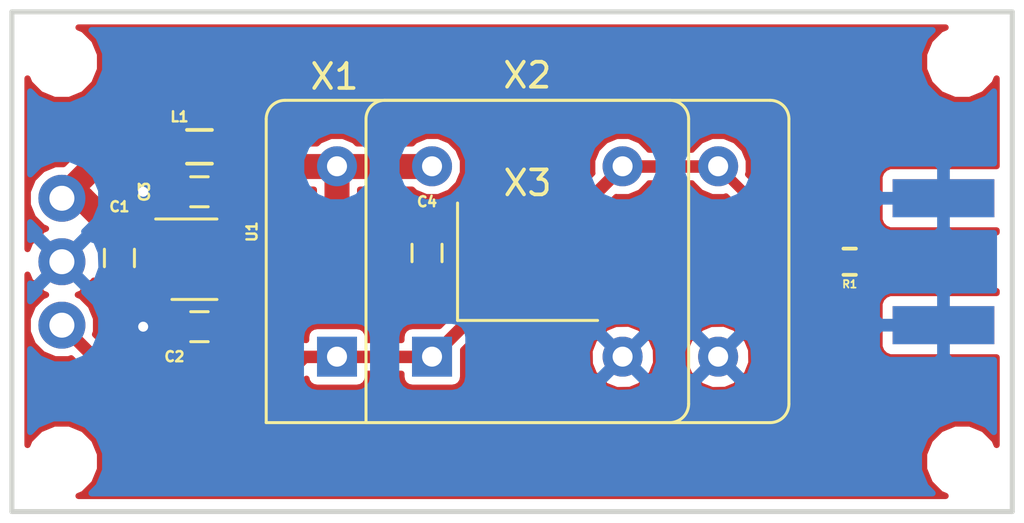
<source format=kicad_pcb>
(kicad_pcb (version 20171130) (host pcbnew "(5.0.0)")

  (general
    (thickness 1.6)
    (drawings 4)
    (tracks 40)
    (zones 0)
    (modules 16)
    (nets 8)
  )

  (page A4)
  (layers
    (0 F.Cu signal)
    (31 B.Cu signal)
    (32 B.Adhes user)
    (33 F.Adhes user)
    (34 B.Paste user)
    (35 F.Paste user)
    (36 B.SilkS user)
    (37 F.SilkS user)
    (38 B.Mask user)
    (39 F.Mask user)
    (40 Dwgs.User user)
    (41 Cmts.User user)
    (42 Eco1.User user)
    (43 Eco2.User user)
    (44 Edge.Cuts user)
    (45 Margin user)
    (46 B.CrtYd user)
    (47 F.CrtYd user)
    (48 B.Fab user)
    (49 F.Fab user)
  )

  (setup
    (last_trace_width 0.25)
    (user_trace_width 0.3)
    (user_trace_width 0.4)
    (user_trace_width 0.5)
    (user_trace_width 1)
    (trace_clearance 0.2)
    (zone_clearance 0.3)
    (zone_45_only no)
    (trace_min 0.2)
    (segment_width 0.2)
    (edge_width 0.15)
    (via_size 0.8)
    (via_drill 0.4)
    (via_min_size 0.4)
    (via_min_drill 0.3)
    (uvia_size 0.3)
    (uvia_drill 0.1)
    (uvias_allowed no)
    (uvia_min_size 0.2)
    (uvia_min_drill 0.1)
    (pcb_text_width 0.3)
    (pcb_text_size 1.5 1.5)
    (mod_edge_width 0.15)
    (mod_text_size 1 1)
    (mod_text_width 0.15)
    (pad_size 1.524 4.064)
    (pad_drill 0)
    (pad_to_mask_clearance 0.2)
    (aux_axis_origin 0 0)
    (grid_origin 100 100)
    (visible_elements 7FFFFF7F)
    (pcbplotparams
      (layerselection 0x010fc_ffffffff)
      (usegerberextensions false)
      (usegerberattributes false)
      (usegerberadvancedattributes false)
      (creategerberjobfile false)
      (excludeedgelayer true)
      (linewidth 0.100000)
      (plotframeref false)
      (viasonmask false)
      (mode 1)
      (useauxorigin false)
      (hpglpennumber 1)
      (hpglpenspeed 20)
      (hpglpendiameter 15.000000)
      (psnegative false)
      (psa4output false)
      (plotreference true)
      (plotvalue true)
      (plotinvisibletext false)
      (padsonsilk false)
      (subtractmaskfromsilk false)
      (outputformat 1)
      (mirror false)
      (drillshape 1)
      (scaleselection 1)
      (outputdirectory ""))
  )

  (net 0 "")
  (net 1 GND)
  (net 2 +5V)
  (net 3 "Net-(C2-Pad1)")
  (net 4 +3V3)
  (net 5 "Net-(J1-Pad1)")
  (net 6 "Net-(R1-Pad2)")
  (net 7 /CTRL)

  (net_class Default "This is the default net class."
    (clearance 0.2)
    (trace_width 0.25)
    (via_dia 0.8)
    (via_drill 0.4)
    (uvia_dia 0.3)
    (uvia_drill 0.1)
    (add_net +3V3)
    (add_net +5V)
    (add_net /CTRL)
    (add_net GND)
    (add_net "Net-(C2-Pad1)")
    (add_net "Net-(J1-Pad1)")
    (add_net "Net-(R1-Pad2)")
  )

  (module MountingHole:MountingHole_2.2mm_M2 (layer F.Cu) (tedit 5AF9AA72) (tstamp 5B05B536)
    (at 102 82)
    (descr "Mounting Hole 2.2mm, no annular, M2")
    (tags "mounting hole 2.2mm no annular m2")
    (attr virtual)
    (fp_text reference REF** (at 0 -3.2) (layer F.SilkS) hide
      (effects (font (size 1 1) (thickness 0.15)))
    )
    (fp_text value MountingHole_2.2mm_M2 (at 0 3.2) (layer F.Fab) hide
      (effects (font (size 1 1) (thickness 0.15)))
    )
    (fp_text user %R (at 0.3 0) (layer F.Fab) hide
      (effects (font (size 1 1) (thickness 0.15)))
    )
    (fp_circle (center 0 0) (end 2.2 0) (layer Cmts.User) (width 0.15))
    (fp_circle (center 0 0) (end 2.45 0) (layer F.CrtYd) (width 0.05))
    (pad 1 np_thru_hole circle (at 0 0) (size 2.2 2.2) (drill 2.2) (layers *.Cu *.Mask))
  )

  (module MountingHole:MountingHole_2.2mm_M2 (layer F.Cu) (tedit 5AF9AA72) (tstamp 5B05B50A)
    (at 138 82)
    (descr "Mounting Hole 2.2mm, no annular, M2")
    (tags "mounting hole 2.2mm no annular m2")
    (attr virtual)
    (fp_text reference REF** (at 0 -3.2) (layer F.SilkS) hide
      (effects (font (size 1 1) (thickness 0.15)))
    )
    (fp_text value MountingHole_2.2mm_M2 (at 0 3.2) (layer F.Fab) hide
      (effects (font (size 1 1) (thickness 0.15)))
    )
    (fp_circle (center 0 0) (end 2.45 0) (layer F.CrtYd) (width 0.05))
    (fp_circle (center 0 0) (end 2.2 0) (layer Cmts.User) (width 0.15))
    (fp_text user %R (at 0.3 0) (layer F.Fab) hide
      (effects (font (size 1 1) (thickness 0.15)))
    )
    (pad 1 np_thru_hole circle (at 0 0) (size 2.2 2.2) (drill 2.2) (layers *.Cu *.Mask))
  )

  (module MountingHole:MountingHole_2.2mm_M2 (layer F.Cu) (tedit 5AF9AA72) (tstamp 5B05B4FC)
    (at 138 98)
    (descr "Mounting Hole 2.2mm, no annular, M2")
    (tags "mounting hole 2.2mm no annular m2")
    (attr virtual)
    (fp_text reference REF** (at 0 -3.2) (layer F.SilkS) hide
      (effects (font (size 1 1) (thickness 0.15)))
    )
    (fp_text value MountingHole_2.2mm_M2 (at 0 3.2) (layer F.Fab) hide
      (effects (font (size 1 1) (thickness 0.15)))
    )
    (fp_text user %R (at 0.3 0) (layer F.Fab) hide
      (effects (font (size 1 1) (thickness 0.15)))
    )
    (fp_circle (center 0 0) (end 2.2 0) (layer Cmts.User) (width 0.15))
    (fp_circle (center 0 0) (end 2.45 0) (layer F.CrtYd) (width 0.05))
    (pad 1 np_thru_hole circle (at 0 0) (size 2.2 2.2) (drill 2.2) (layers *.Cu *.Mask))
  )

  (module Oscillator:Oscillator_SMD_SeikoEpson_SG8002CE-4Pin_3.2x2.5mm_HandSoldering (layer F.Cu) (tedit 5AF9AAE6) (tstamp 5B05A92B)
    (at 120.62 90)
    (descr "SMD Crystal Oscillator Seiko Epson SG-8002CE https://support.epson.biz/td/api/doc_check.php?mode=dl&lang=en&Parts=SG-8002DC, hand-soldering, 3.2x2.5mm^2 package")
    (tags "SMD SMT crystal oscillator hand-soldering")
    (path /5AF9A112)
    (attr smd)
    (fp_text reference X3 (at 0 -3.15) (layer F.SilkS)
      (effects (font (size 1 1) (thickness 0.15)))
    )
    (fp_text value CXO_3225 (at 0 3.15) (layer F.Fab) hide
      (effects (font (size 1 1) (thickness 0.15)))
    )
    (fp_text user %R (at 0 0) (layer F.Fab) hide
      (effects (font (size 0.7 0.7) (thickness 0.105)))
    )
    (fp_line (start -1.5 -1.25) (end 1.5 -1.25) (layer F.Fab) (width 0.1))
    (fp_line (start 1.5 -1.25) (end 1.6 -1.15) (layer F.Fab) (width 0.1))
    (fp_line (start 1.6 -1.15) (end 1.6 1.15) (layer F.Fab) (width 0.1))
    (fp_line (start 1.6 1.15) (end 1.5 1.25) (layer F.Fab) (width 0.1))
    (fp_line (start 1.5 1.25) (end -1.5 1.25) (layer F.Fab) (width 0.1))
    (fp_line (start -1.5 1.25) (end -1.6 1.15) (layer F.Fab) (width 0.1))
    (fp_line (start -1.6 1.15) (end -1.6 -1.15) (layer F.Fab) (width 0.1))
    (fp_line (start -1.6 -1.15) (end -1.5 -1.25) (layer F.Fab) (width 0.1))
    (fp_line (start -1.6 0.25) (end -0.6 1.25) (layer F.Fab) (width 0.1))
    (fp_line (start -2.8 -2.35) (end -2.8 2.35) (layer F.SilkS) (width 0.12))
    (fp_line (start -2.8 2.35) (end 2.8 2.35) (layer F.SilkS) (width 0.12))
    (fp_line (start -2.9 -2.4) (end -2.9 2.4) (layer F.CrtYd) (width 0.05))
    (fp_line (start -2.9 2.4) (end 2.9 2.4) (layer F.CrtYd) (width 0.05))
    (fp_line (start 2.9 2.4) (end 2.9 -2.4) (layer F.CrtYd) (width 0.05))
    (fp_line (start 2.9 -2.4) (end -2.9 -2.4) (layer F.CrtYd) (width 0.05))
    (fp_circle (center 0 0) (end 0.25 0) (layer F.Adhes) (width 0.1))
    (fp_circle (center 0 0) (end 0.208333 0) (layer F.Adhes) (width 0.083333))
    (fp_circle (center 0 0) (end 0.133333 0) (layer F.Adhes) (width 0.083333))
    (fp_circle (center 0 0) (end 0.058333 0) (layer F.Adhes) (width 0.116667))
    (pad 1 smd rect (at -1.55 1.25) (size 2.1 1.8) (layers F.Cu F.Paste F.Mask)
      (net 7 /CTRL))
    (pad 2 smd rect (at 1.55 1.25) (size 2.1 1.8) (layers F.Cu F.Paste F.Mask)
      (net 1 GND))
    (pad 3 smd rect (at 1.55 -1.25) (size 2.1 1.8) (layers F.Cu F.Paste F.Mask)
      (net 6 "Net-(R1-Pad2)"))
    (pad 4 smd rect (at -1.55 -1.25) (size 2.1 1.8) (layers F.Cu F.Paste F.Mask)
      (net 4 +3V3))
    (model ${KISYS3DMOD}/Crystal.3dshapes/Crystal_SMD_3225-4Pin_3.2x2.5mm.wrl
      (at (xyz 0 0 0))
      (scale (xyz 1 1 1))
      (rotate (xyz 0 0 0))
    )
  )

  (module STD_SMD:C_0603_HandSoldering (layer F.Cu) (tedit 5A561243) (tstamp 5B05AE9B)
    (at 116.6 89.65 90)
    (descr "Capacitor SMD 0603, hand soldering")
    (tags "capacitor 0603")
    (path /5AFA97A0)
    (attr smd)
    (fp_text reference C4 (at 2.05 0 180) (layer F.SilkS)
      (effects (font (size 0.4 0.4) (thickness 0.1)))
    )
    (fp_text value 100nF (at 0 -1.1 90) (layer F.Fab)
      (effects (font (size 0.4 0.4) (thickness 0.1)))
    )
    (fp_line (start -0.8 0.4) (end -0.8 -0.4) (layer F.Fab) (width 0.1))
    (fp_line (start 0.8 0.4) (end -0.8 0.4) (layer F.Fab) (width 0.1))
    (fp_line (start 0.8 -0.4) (end 0.8 0.4) (layer F.Fab) (width 0.1))
    (fp_line (start -0.8 -0.4) (end 0.8 -0.4) (layer F.Fab) (width 0.1))
    (fp_line (start -1.7 -0.75) (end 1.7 -0.75) (layer F.CrtYd) (width 0.05))
    (fp_line (start -1.7 0.75) (end 1.7 0.75) (layer F.CrtYd) (width 0.05))
    (fp_line (start -1.7 -0.75) (end -1.7 0.75) (layer F.CrtYd) (width 0.05))
    (fp_line (start 1.7 -0.75) (end 1.7 0.75) (layer F.CrtYd) (width 0.05))
    (fp_line (start -0.35 -0.6) (end 0.35 -0.6) (layer F.SilkS) (width 0.12))
    (fp_line (start 0.35 0.6) (end -0.35 0.6) (layer F.SilkS) (width 0.12))
    (pad 1 smd rect (at -0.9 0 90) (size 1.1 1) (layers F.Cu F.Paste F.Mask)
      (net 1 GND))
    (pad 2 smd rect (at 0.9 0 90) (size 1.1 1) (layers F.Cu F.Paste F.Mask)
      (net 4 +3V3))
    (model ${KISYS3DMOD}/Capacitor_SMD.3dshapes/C_0603_1608Metric.step
      (at (xyz 0 0 0))
      (scale (xyz 1 1 1))
      (rotate (xyz 0 0 0))
    )
  )

  (module STD_SMD:C_0603_HandSoldering (layer F.Cu) (tedit 5A561243) (tstamp 5B056C29)
    (at 104.3 89.85 270)
    (descr "Capacitor SMD 0603, hand soldering")
    (tags "capacitor 0603")
    (path /5AF9C811)
    (attr smd)
    (fp_text reference C1 (at -2.05 0) (layer F.SilkS)
      (effects (font (size 0.4 0.4) (thickness 0.1)))
    )
    (fp_text value 100nF (at 2.05 0) (layer F.Fab)
      (effects (font (size 0.4 0.4) (thickness 0.1)))
    )
    (fp_line (start 0.35 0.6) (end -0.35 0.6) (layer F.SilkS) (width 0.12))
    (fp_line (start -0.35 -0.6) (end 0.35 -0.6) (layer F.SilkS) (width 0.12))
    (fp_line (start 1.7 -0.75) (end 1.7 0.75) (layer F.CrtYd) (width 0.05))
    (fp_line (start -1.7 -0.75) (end -1.7 0.75) (layer F.CrtYd) (width 0.05))
    (fp_line (start -1.7 0.75) (end 1.7 0.75) (layer F.CrtYd) (width 0.05))
    (fp_line (start -1.7 -0.75) (end 1.7 -0.75) (layer F.CrtYd) (width 0.05))
    (fp_line (start -0.8 -0.4) (end 0.8 -0.4) (layer F.Fab) (width 0.1))
    (fp_line (start 0.8 -0.4) (end 0.8 0.4) (layer F.Fab) (width 0.1))
    (fp_line (start 0.8 0.4) (end -0.8 0.4) (layer F.Fab) (width 0.1))
    (fp_line (start -0.8 0.4) (end -0.8 -0.4) (layer F.Fab) (width 0.1))
    (pad 2 smd rect (at 0.9 0 270) (size 1.1 1) (layers F.Cu F.Paste F.Mask)
      (net 1 GND))
    (pad 1 smd rect (at -0.9 0 270) (size 1.1 1) (layers F.Cu F.Paste F.Mask)
      (net 2 +5V))
    (model ${KISYS3DMOD}/Capacitor_SMD.3dshapes/C_0603_1608Metric.step
      (at (xyz 0 0 0))
      (scale (xyz 1 1 1))
      (rotate (xyz 0 0 0))
    )
  )

  (module STD_SMD:C_0603_HandSoldering (layer F.Cu) (tedit 5A561243) (tstamp 5B057327)
    (at 107.5 92.6 180)
    (descr "Capacitor SMD 0603, hand soldering")
    (tags "capacitor 0603")
    (path /5AF99851)
    (attr smd)
    (fp_text reference C2 (at 1 -1.2 180) (layer F.SilkS)
      (effects (font (size 0.4 0.4) (thickness 0.1)))
    )
    (fp_text value 10nF (at -1 -1.2 180) (layer F.Fab)
      (effects (font (size 0.4 0.4) (thickness 0.1)))
    )
    (fp_line (start -0.8 0.4) (end -0.8 -0.4) (layer F.Fab) (width 0.1))
    (fp_line (start 0.8 0.4) (end -0.8 0.4) (layer F.Fab) (width 0.1))
    (fp_line (start 0.8 -0.4) (end 0.8 0.4) (layer F.Fab) (width 0.1))
    (fp_line (start -0.8 -0.4) (end 0.8 -0.4) (layer F.Fab) (width 0.1))
    (fp_line (start -1.7 -0.75) (end 1.7 -0.75) (layer F.CrtYd) (width 0.05))
    (fp_line (start -1.7 0.75) (end 1.7 0.75) (layer F.CrtYd) (width 0.05))
    (fp_line (start -1.7 -0.75) (end -1.7 0.75) (layer F.CrtYd) (width 0.05))
    (fp_line (start 1.7 -0.75) (end 1.7 0.75) (layer F.CrtYd) (width 0.05))
    (fp_line (start -0.35 -0.6) (end 0.35 -0.6) (layer F.SilkS) (width 0.12))
    (fp_line (start 0.35 0.6) (end -0.35 0.6) (layer F.SilkS) (width 0.12))
    (pad 1 smd rect (at -0.9 0 180) (size 1.1 1) (layers F.Cu F.Paste F.Mask)
      (net 3 "Net-(C2-Pad1)"))
    (pad 2 smd rect (at 0.9 0 180) (size 1.1 1) (layers F.Cu F.Paste F.Mask)
      (net 1 GND))
    (model ${KISYS3DMOD}/Capacitor_SMD.3dshapes/C_0603_1608Metric.step
      (at (xyz 0 0 0))
      (scale (xyz 1 1 1))
      (rotate (xyz 0 0 0))
    )
  )

  (module STD_SMD:C_0603_HandSoldering (layer F.Cu) (tedit 5A561243) (tstamp 5BB94612)
    (at 107.5 87.2 180)
    (descr "Capacitor SMD 0603, hand soldering")
    (tags "capacitor 0603")
    (path /5AF9C841)
    (attr smd)
    (fp_text reference C3 (at 2.2 0 270) (layer F.SilkS)
      (effects (font (size 0.4 0.4) (thickness 0.1)))
    )
    (fp_text value 2.2uF (at -2.1 0 270) (layer F.Fab)
      (effects (font (size 0.4 0.4) (thickness 0.1)))
    )
    (fp_line (start -0.8 0.4) (end -0.8 -0.4) (layer F.Fab) (width 0.1))
    (fp_line (start 0.8 0.4) (end -0.8 0.4) (layer F.Fab) (width 0.1))
    (fp_line (start 0.8 -0.4) (end 0.8 0.4) (layer F.Fab) (width 0.1))
    (fp_line (start -0.8 -0.4) (end 0.8 -0.4) (layer F.Fab) (width 0.1))
    (fp_line (start -1.7 -0.75) (end 1.7 -0.75) (layer F.CrtYd) (width 0.05))
    (fp_line (start -1.7 0.75) (end 1.7 0.75) (layer F.CrtYd) (width 0.05))
    (fp_line (start -1.7 -0.75) (end -1.7 0.75) (layer F.CrtYd) (width 0.05))
    (fp_line (start 1.7 -0.75) (end 1.7 0.75) (layer F.CrtYd) (width 0.05))
    (fp_line (start -0.35 -0.6) (end 0.35 -0.6) (layer F.SilkS) (width 0.12))
    (fp_line (start 0.35 0.6) (end -0.35 0.6) (layer F.SilkS) (width 0.12))
    (pad 1 smd rect (at -0.9 0 180) (size 1.1 1) (layers F.Cu F.Paste F.Mask)
      (net 4 +3V3))
    (pad 2 smd rect (at 0.9 0 180) (size 1.1 1) (layers F.Cu F.Paste F.Mask)
      (net 1 GND))
    (model ${KISYS3DMOD}/Capacitor_SMD.3dshapes/C_0603_1608Metric.step
      (at (xyz 0 0 0))
      (scale (xyz 1 1 1))
      (rotate (xyz 0 0 0))
    )
  )

  (module STD_SMD:R_0603_HandSoldering (layer F.Cu) (tedit 5AC5AE3D) (tstamp 5B056C62)
    (at 107.5 85.4)
    (descr "Resistor SMD 0603, hand soldering")
    (tags "resistor 0603")
    (path /5AF99989)
    (attr smd)
    (fp_text reference L1 (at -0.8 -1.2) (layer F.SilkS)
      (effects (font (size 0.4 0.4) (thickness 0.1)))
    )
    (fp_text value DNP (at 1 -1.2) (layer F.Fab)
      (effects (font (size 0.4 0.4) (thickness 0.1)))
    )
    (fp_line (start -0.8 0.4) (end -0.8 -0.4) (layer F.Fab) (width 0.1))
    (fp_line (start 0.8 0.4) (end -0.8 0.4) (layer F.Fab) (width 0.1))
    (fp_line (start 0.8 -0.4) (end 0.8 0.4) (layer F.Fab) (width 0.1))
    (fp_line (start -0.8 -0.4) (end 0.8 -0.4) (layer F.Fab) (width 0.1))
    (fp_line (start -1.7 -0.8) (end 1.7 -0.8) (layer F.CrtYd) (width 0.05))
    (fp_line (start -1.7 0.8) (end 1.7 0.8) (layer F.CrtYd) (width 0.05))
    (fp_line (start -1.7 -0.8) (end -1.7 0.8) (layer F.CrtYd) (width 0.05))
    (fp_line (start 1.7 -0.8) (end 1.7 0.8) (layer F.CrtYd) (width 0.05))
    (fp_line (start 0.5 0.675) (end -0.5 0.675) (layer F.SilkS) (width 0.15))
    (fp_line (start -0.5 -0.675) (end 0.5 -0.675) (layer F.SilkS) (width 0.15))
    (pad 1 smd rect (at -0.9 0) (size 1.1 1) (layers F.Cu F.Paste F.Mask)
      (net 2 +5V))
    (pad 2 smd rect (at 0.9 0) (size 1.1 1) (layers F.Cu F.Paste F.Mask)
      (net 4 +3V3))
    (model ${KISYS3DMOD}/Resistor_SMD.3dshapes/R_0603_1608Metric.step
      (at (xyz 0 0 0))
      (scale (xyz 1 1 1))
      (rotate (xyz 0 0 0))
    )
  )

  (module STD_SMD:R_0402 (layer F.Cu) (tedit 5AC5AE1A) (tstamp 5B056C72)
    (at 133.5 90 180)
    (descr "Resistor SMD 0402, reflow soldering, Vishay (see dcrcw.pdf)")
    (tags "resistor 0402")
    (path /5AF9ACED)
    (attr smd)
    (fp_text reference R1 (at 0 -0.9 180) (layer F.SilkS)
      (effects (font (size 0.3 0.3) (thickness 0.07)))
    )
    (fp_text value 0 (at 0 0.9 180) (layer F.Fab)
      (effects (font (size 0.3 0.3) (thickness 0.06)))
    )
    (fp_line (start -0.5 0.25) (end -0.5 -0.25) (layer F.Fab) (width 0.1))
    (fp_line (start 0.5 0.25) (end -0.5 0.25) (layer F.Fab) (width 0.1))
    (fp_line (start 0.5 -0.25) (end 0.5 0.25) (layer F.Fab) (width 0.1))
    (fp_line (start -0.5 -0.25) (end 0.5 -0.25) (layer F.Fab) (width 0.1))
    (fp_line (start -0.95 -0.65) (end 0.95 -0.65) (layer F.CrtYd) (width 0.05))
    (fp_line (start -0.95 0.65) (end 0.95 0.65) (layer F.CrtYd) (width 0.05))
    (fp_line (start -0.95 -0.65) (end -0.95 0.65) (layer F.CrtYd) (width 0.05))
    (fp_line (start 0.95 -0.65) (end 0.95 0.65) (layer F.CrtYd) (width 0.05))
    (fp_line (start 0.25 -0.525) (end -0.25 -0.525) (layer F.SilkS) (width 0.15))
    (fp_line (start -0.25 0.525) (end 0.25 0.525) (layer F.SilkS) (width 0.15))
    (pad 1 smd rect (at -0.45 0 180) (size 0.4 0.6) (layers F.Cu F.Paste F.Mask)
      (net 5 "Net-(J1-Pad1)"))
    (pad 2 smd rect (at 0.45 0 180) (size 0.4 0.6) (layers F.Cu F.Paste F.Mask)
      (net 6 "Net-(R1-Pad2)"))
    (model ${KISYS3DMOD}/Resistor_SMD.3dshapes/R_0402_1005Metric.step
      (at (xyz 0 0 0))
      (scale (xyz 1 1 1))
      (rotate (xyz 0 0 0))
    )
  )

  (module STD_SMD:SOT-23-5 (layer F.Cu) (tedit 5A56148B) (tstamp 5B056C86)
    (at 107.3 89.9)
    (descr "5-pin SOT23 package")
    (tags SOT-23-5)
    (path /5AF9974F)
    (attr smd)
    (fp_text reference U1 (at 2.3 -1.1 90) (layer F.SilkS)
      (effects (font (size 0.4 0.4) (thickness 0.1)))
    )
    (fp_text value TPS79333 (at 2.3 1.1 90) (layer F.Fab)
      (effects (font (size 0.4 0.4) (thickness 0.1)))
    )
    (fp_line (start -0.9 1.61) (end 0.9 1.61) (layer F.SilkS) (width 0.12))
    (fp_line (start 0.9 -1.61) (end -1.55 -1.61) (layer F.SilkS) (width 0.12))
    (fp_line (start -1.9 -1.8) (end 1.9 -1.8) (layer F.CrtYd) (width 0.05))
    (fp_line (start 1.9 -1.8) (end 1.9 1.8) (layer F.CrtYd) (width 0.05))
    (fp_line (start 1.9 1.8) (end -1.9 1.8) (layer F.CrtYd) (width 0.05))
    (fp_line (start -1.9 1.8) (end -1.9 -1.8) (layer F.CrtYd) (width 0.05))
    (fp_line (start -0.9 -0.9) (end -0.25 -1.55) (layer F.Fab) (width 0.1))
    (fp_line (start 0.9 -1.55) (end -0.25 -1.55) (layer F.Fab) (width 0.1))
    (fp_line (start -0.9 -0.9) (end -0.9 1.55) (layer F.Fab) (width 0.1))
    (fp_line (start 0.9 1.55) (end -0.9 1.55) (layer F.Fab) (width 0.1))
    (fp_line (start 0.9 -1.55) (end 0.9 1.55) (layer F.Fab) (width 0.1))
    (pad 1 smd rect (at -1.1 -0.95) (size 1.06 0.65) (layers F.Cu F.Paste F.Mask)
      (net 2 +5V))
    (pad 2 smd rect (at -1.1 0) (size 1.06 0.65) (layers F.Cu F.Paste F.Mask)
      (net 1 GND))
    (pad 3 smd rect (at -1.1 0.95) (size 1.06 0.65) (layers F.Cu F.Paste F.Mask)
      (net 2 +5V))
    (pad 4 smd rect (at 1.1 0.95) (size 1.06 0.65) (layers F.Cu F.Paste F.Mask)
      (net 3 "Net-(C2-Pad1)"))
    (pad 5 smd rect (at 1.1 -0.95) (size 1.06 0.65) (layers F.Cu F.Paste F.Mask)
      (net 4 +3V3))
    (model ${KISYS3DMOD}/Package_TO_SOT_SMD.3dshapes/SOT-23-5.step
      (at (xyz 0 0 0))
      (scale (xyz 1 1 1))
      (rotate (xyz 0 0 0))
    )
  )

  (module Oscillator:Oscillator_DIP-14 (layer F.Cu) (tedit 5AF9AAED) (tstamp 5B05701B)
    (at 113 93.8)
    (descr "Oscillator, DIP14, http://cdn-reichelt.de/documents/datenblatt/B400/OSZI.pdf")
    (tags oscillator)
    (path /5AF99D03)
    (fp_text reference X1 (at -0.1 -11.21) (layer F.SilkS)
      (effects (font (size 1 1) (thickness 0.15)))
    )
    (fp_text value CXO_DIP14 (at 1.45 3.64) (layer F.Fab) hide
      (effects (font (size 1 1) (thickness 0.15)))
    )
    (fp_text user %R (at 7.62 -3.81) (layer F.Fab) hide
      (effects (font (size 1 1) (thickness 0.15)))
    )
    (fp_line (start 18.22 2.79) (end 18.22 -10.41) (layer F.CrtYd) (width 0.05))
    (fp_line (start 18.22 -10.41) (end -2.98 -10.41) (layer F.CrtYd) (width 0.05))
    (fp_line (start -2.98 -10.41) (end -2.98 2.79) (layer F.CrtYd) (width 0.05))
    (fp_line (start -2.98 2.79) (end 18.22 2.79) (layer F.CrtYd) (width 0.05))
    (fp_line (start 16.97 1.19) (end 16.97 -8.81) (layer F.Fab) (width 0.1))
    (fp_line (start -1.38 -9.16) (end 16.62 -9.16) (layer F.Fab) (width 0.1))
    (fp_line (start -1.73 1.54) (end -1.73 -8.81) (layer F.Fab) (width 0.1))
    (fp_line (start -1.73 1.54) (end 16.62 1.54) (layer F.Fab) (width 0.1))
    (fp_line (start -2.83 -9.51) (end -2.83 2.64) (layer F.SilkS) (width 0.12))
    (fp_line (start 17.32 -10.26) (end -2.08 -10.26) (layer F.SilkS) (width 0.12))
    (fp_line (start 18.07 1.89) (end 18.07 -9.51) (layer F.SilkS) (width 0.12))
    (fp_line (start -2.83 2.64) (end 17.32 2.64) (layer F.SilkS) (width 0.12))
    (fp_line (start -2.73 2.54) (end 17.32 2.54) (layer F.Fab) (width 0.1))
    (fp_line (start 17.97 -9.51) (end 17.97 1.89) (layer F.Fab) (width 0.1))
    (fp_line (start -2.08 -10.16) (end 17.32 -10.16) (layer F.Fab) (width 0.1))
    (fp_line (start -2.73 2.54) (end -2.73 -9.51) (layer F.Fab) (width 0.1))
    (fp_arc (start 16.62 1.19) (end 16.97 1.19) (angle 90) (layer F.Fab) (width 0.1))
    (fp_arc (start 16.62 -8.81) (end 16.62 -9.16) (angle 90) (layer F.Fab) (width 0.1))
    (fp_arc (start -1.38 -8.81) (end -1.73 -8.81) (angle 90) (layer F.Fab) (width 0.1))
    (fp_arc (start 17.32 1.89) (end 18.07 1.89) (angle 90) (layer F.SilkS) (width 0.12))
    (fp_arc (start 17.32 -9.51) (end 17.32 -10.26) (angle 90) (layer F.SilkS) (width 0.12))
    (fp_arc (start -2.08 -9.51) (end -2.83 -9.51) (angle 90) (layer F.SilkS) (width 0.12))
    (fp_arc (start 17.32 1.89) (end 17.97 1.89) (angle 90) (layer F.Fab) (width 0.1))
    (fp_arc (start 17.32 -9.51) (end 17.32 -10.16) (angle 90) (layer F.Fab) (width 0.1))
    (fp_arc (start -2.08 -9.51) (end -2.73 -9.51) (angle 90) (layer F.Fab) (width 0.1))
    (pad 1 thru_hole rect (at 0 0) (size 1.6 1.6) (drill 0.8) (layers *.Cu *.Mask)
      (net 7 /CTRL))
    (pad 14 thru_hole circle (at 0 -7.62) (size 1.6 1.6) (drill 0.8) (layers *.Cu *.Mask)
      (net 4 +3V3))
    (pad 8 thru_hole circle (at 15.24 -7.62) (size 1.6 1.6) (drill 0.8) (layers *.Cu *.Mask)
      (net 6 "Net-(R1-Pad2)"))
    (pad 7 thru_hole circle (at 15.24 0) (size 1.6 1.6) (drill 0.8) (layers *.Cu *.Mask)
      (net 1 GND))
    (model ${KISYS3DMOD}/Oscillator.3dshapes/Oscillator_DIP-14.wrl
      (at (xyz 0 0 0))
      (scale (xyz 1 1 1))
      (rotate (xyz 0 0 0))
    )
  )

  (module RF_Devices:SMA_EDGE (layer F.Cu) (tedit 5AF9AAFD) (tstamp 5B05AD92)
    (at 137.25 90 90)
    (path /5BB94C1D)
    (fp_text reference J1 (at 0 -2.54 90) (layer F.SilkS) hide
      (effects (font (size 0.4 0.4) (thickness 0.1)))
    )
    (fp_text value SMA_EDGE (at 0 2.54 90) (layer F.Fab) hide
      (effects (font (size 0.4 0.4) (thickness 0.1)))
    )
    (pad 1 smd rect (at 0 0 90) (size 1.524 4.064) (layers F.Cu F.Paste F.Mask)
      (net 5 "Net-(J1-Pad1)"))
    (pad 2 smd rect (at -2.54 0 90) (size 1.524 4.064) (layers F.Cu F.Paste F.Mask)
      (net 1 GND))
    (pad 2 smd rect (at 2.54 0 90) (size 1.524 4.064) (layers F.Cu F.Paste F.Mask)
      (net 1 GND))
    (pad 2 smd rect (at -2.54 0 90) (size 1.524 4.064) (layers B.Cu B.Paste B.Mask)
      (net 1 GND))
    (pad 2 smd rect (at 2.54 0 90) (size 1.524 4.064) (layers B.Cu B.Paste B.Mask)
      (net 1 GND))
  )

  (module ConnectorExt:M03 (layer F.Cu) (tedit 5AF9AAB8) (tstamp 5B05996F)
    (at 102 90 270)
    (path /5AFA135C)
    (fp_text reference J2 (at 0 -1.5 270) (layer F.SilkS) hide
      (effects (font (size 0.4 0.4) (thickness 0.1)))
    )
    (fp_text value M03 (at 0 1.5 270) (layer F.Fab) hide
      (effects (font (size 0.4 0.4) (thickness 0.1)))
    )
    (pad 1 thru_hole circle (at -2.54 0 270) (size 1.88 1.88) (drill 1) (layers *.Cu *.Mask)
      (net 2 +5V))
    (pad 2 thru_hole circle (at 0 0 270) (size 1.88 1.88) (drill 1) (layers *.Cu *.Mask)
      (net 1 GND))
    (pad 3 thru_hole circle (at 2.54 0 270) (size 1.88 1.88) (drill 1) (layers *.Cu *.Mask)
      (net 7 /CTRL))
    (model ${KISYS3DMOD}/Connector_PinHeader_2.54mm.3dshapes/PinHeader_1x03_P2.54mm_Horizontal.wrl
      (offset (xyz 2.54 0 0))
      (scale (xyz 1 1 1))
      (rotate (xyz 0 0 90))
    )
  )

  (module Oscillator:Oscillator_DIP-8 (layer F.Cu) (tedit 5AF9AAEF) (tstamp 5B05A90F)
    (at 116.8 93.8)
    (descr "Oscillator, DIP8,http://cdn-reichelt.de/documents/datenblatt/B400/OSZI.pdf")
    (tags oscillator)
    (path /5AFA595C)
    (fp_text reference X2 (at 3.81 -11.26) (layer F.SilkS)
      (effects (font (size 1 1) (thickness 0.15)))
    )
    (fp_text value CXO_DIP8 (at 6.44 3.79) (layer F.Fab) hide
      (effects (font (size 1 1) (thickness 0.15)))
    )
    (fp_text user %R (at 3.81 -3.81) (layer F.Fab) hide
      (effects (font (size 1 1) (thickness 0.15)))
    )
    (fp_line (start 10.41 2.79) (end 10.41 -10.41) (layer F.CrtYd) (width 0.05))
    (fp_line (start 10.41 -10.41) (end -2.79 -10.41) (layer F.CrtYd) (width 0.05))
    (fp_line (start -2.79 -10.41) (end -2.79 2.79) (layer F.CrtYd) (width 0.05))
    (fp_line (start -2.79 2.79) (end 10.41 2.79) (layer F.CrtYd) (width 0.05))
    (fp_line (start 9.16 1.19) (end 9.16 -8.81) (layer F.Fab) (width 0.1))
    (fp_line (start -1.19 -9.16) (end 8.81 -9.16) (layer F.Fab) (width 0.1))
    (fp_line (start -1.54 1.54) (end -1.54 -8.81) (layer F.Fab) (width 0.1))
    (fp_line (start -1.54 1.54) (end 8.81 1.54) (layer F.Fab) (width 0.1))
    (fp_line (start -2.64 -9.51) (end -2.64 2.64) (layer F.SilkS) (width 0.12))
    (fp_line (start 9.51 -10.26) (end -1.89 -10.26) (layer F.SilkS) (width 0.12))
    (fp_line (start 10.26 1.89) (end 10.26 -9.51) (layer F.SilkS) (width 0.12))
    (fp_line (start -2.64 2.64) (end 9.51 2.64) (layer F.SilkS) (width 0.12))
    (fp_line (start -2.54 2.54) (end 9.51 2.54) (layer F.Fab) (width 0.1))
    (fp_line (start 10.16 -9.51) (end 10.16 1.89) (layer F.Fab) (width 0.1))
    (fp_line (start -1.89 -10.16) (end 9.51 -10.16) (layer F.Fab) (width 0.1))
    (fp_line (start -2.54 2.54) (end -2.54 -9.51) (layer F.Fab) (width 0.1))
    (fp_arc (start 8.81 1.19) (end 9.16 1.19) (angle 90) (layer F.Fab) (width 0.1))
    (fp_arc (start 8.81 -8.81) (end 8.81 -9.16) (angle 90) (layer F.Fab) (width 0.1))
    (fp_arc (start -1.19 -8.81) (end -1.54 -8.81) (angle 90) (layer F.Fab) (width 0.1))
    (fp_arc (start 9.51 1.89) (end 10.26 1.89) (angle 90) (layer F.SilkS) (width 0.12))
    (fp_arc (start 9.51 -9.51) (end 9.51 -10.26) (angle 90) (layer F.SilkS) (width 0.12))
    (fp_arc (start -1.89 -9.51) (end -2.64 -9.51) (angle 90) (layer F.SilkS) (width 0.12))
    (fp_arc (start 9.51 1.89) (end 10.16 1.89) (angle 90) (layer F.Fab) (width 0.1))
    (fp_arc (start 9.51 -9.51) (end 9.51 -10.16) (angle 90) (layer F.Fab) (width 0.1))
    (fp_arc (start -1.89 -9.51) (end -2.54 -9.51) (angle 90) (layer F.Fab) (width 0.1))
    (pad 1 thru_hole rect (at 0 0) (size 1.6 1.6) (drill 0.8) (layers *.Cu *.Mask)
      (net 7 /CTRL))
    (pad 8 thru_hole circle (at 0 -7.62) (size 1.6 1.6) (drill 0.8) (layers *.Cu *.Mask)
      (net 4 +3V3))
    (pad 5 thru_hole circle (at 7.62 -7.62) (size 1.6 1.6) (drill 0.8) (layers *.Cu *.Mask)
      (net 6 "Net-(R1-Pad2)"))
    (pad 4 thru_hole circle (at 7.62 0) (size 1.6 1.6) (drill 0.8) (layers *.Cu *.Mask)
      (net 1 GND))
    (model ${KISYS3DMOD}/Oscillator.3dshapes/Oscillator_DIP-8.wrl
      (at (xyz 0 0 0))
      (scale (xyz 1 1 1))
      (rotate (xyz 0 0 0))
    )
  )

  (module MountingHole:MountingHole_2.2mm_M2 (layer F.Cu) (tedit 5AF9AA72) (tstamp 5B05B4CB)
    (at 102 98)
    (descr "Mounting Hole 2.2mm, no annular, M2")
    (tags "mounting hole 2.2mm no annular m2")
    (attr virtual)
    (fp_text reference REF** (at 0 -3.2) (layer F.SilkS) hide
      (effects (font (size 1 1) (thickness 0.15)))
    )
    (fp_text value MountingHole_2.2mm_M2 (at 0 3.2) (layer F.Fab) hide
      (effects (font (size 1 1) (thickness 0.15)))
    )
    (fp_circle (center 0 0) (end 2.45 0) (layer F.CrtYd) (width 0.05))
    (fp_circle (center 0 0) (end 2.2 0) (layer Cmts.User) (width 0.15))
    (fp_text user %R (at 0.3 0) (layer F.Fab) hide
      (effects (font (size 1 1) (thickness 0.15)))
    )
    (pad 1 np_thru_hole circle (at 0 0) (size 2.2 2.2) (drill 2.2) (layers *.Cu *.Mask))
  )

  (gr_line (start 100 80) (end 100 100) (layer Edge.Cuts) (width 0.2))
  (gr_line (start 140 80) (end 100 80) (layer Edge.Cuts) (width 0.2))
  (gr_line (start 140 100) (end 140 80) (layer Edge.Cuts) (width 0.2))
  (gr_line (start 100 100) (end 140 100) (layer Edge.Cuts) (width 0.2))

  (segment (start 105.15 89.9) (end 104.3 90.75) (width 0.5) (layer F.Cu) (net 1))
  (segment (start 106.2 89.9) (end 105.15 89.9) (width 0.5) (layer F.Cu) (net 1))
  (via (at 105.25 87.2) (size 0.8) (drill 0.4) (layers F.Cu B.Cu) (net 1))
  (segment (start 106.6 87.2) (end 105.25 87.2) (width 0.5) (layer F.Cu) (net 1))
  (via (at 105.25 92.6) (size 0.8) (drill 0.4) (layers F.Cu B.Cu) (net 1))
  (segment (start 106.6 92.6) (end 105.25 92.6) (width 0.5) (layer F.Cu) (net 1))
  (segment (start 106.98 90.85) (end 107.3 90.53) (width 0.25) (layer F.Cu) (net 2))
  (segment (start 106.2 90.85) (end 106.98 90.85) (width 0.25) (layer F.Cu) (net 2))
  (segment (start 106.98 88.95) (end 106.2 88.95) (width 0.25) (layer F.Cu) (net 2))
  (segment (start 107.3 89.27) (end 106.98 88.95) (width 0.25) (layer F.Cu) (net 2))
  (segment (start 107.3 90.53) (end 107.3 89.27) (width 0.25) (layer F.Cu) (net 2))
  (segment (start 106.2 88.95) (end 104.3 88.95) (width 0.5) (layer F.Cu) (net 2))
  (segment (start 102.81 87.46) (end 104.3 88.95) (width 1) (layer F.Cu) (net 2))
  (segment (start 102 87.46) (end 102.81 87.46) (width 1) (layer F.Cu) (net 2))
  (segment (start 104.06 85.4) (end 106.6 85.4) (width 1) (layer F.Cu) (net 2))
  (segment (start 102 87.46) (end 104.06 85.4) (width 1) (layer F.Cu) (net 2))
  (segment (start 108.4 92.6) (end 108.4 90.85) (width 0.5) (layer F.Cu) (net 3))
  (segment (start 108.4 88.95) (end 108.4 87.2) (width 0.5) (layer F.Cu) (net 4))
  (segment (start 108.4 87.2) (end 108.4 85.4) (width 0.5) (layer F.Cu) (net 4))
  (segment (start 110.96 86.19) (end 113 86.19) (width 1) (layer F.Cu) (net 4))
  (segment (start 108.4 87.2) (end 109.95 87.2) (width 1) (layer F.Cu) (net 4))
  (segment (start 109.95 87.2) (end 110.96 86.19) (width 1) (layer F.Cu) (net 4))
  (segment (start 113 86.19) (end 116.81 86.19) (width 1) (layer F.Cu) (net 4))
  (segment (start 119.07 88.75) (end 116.6 88.75) (width 1) (layer F.Cu) (net 4))
  (segment (start 116.6 88.75) (end 113.75 88.75) (width 1) (layer F.Cu) (net 4))
  (segment (start 113 88) (end 113 86.19) (width 1) (layer F.Cu) (net 4))
  (segment (start 113.75 88.75) (end 113 88) (width 1) (layer F.Cu) (net 4))
  (segment (start 133.95 90) (end 137.3 90) (width 0.4) (layer F.Cu) (net 5))
  (segment (start 132.05 90) (end 133.05 90) (width 0.4) (layer F.Cu) (net 6))
  (segment (start 128.24 86.19) (end 132.05 90) (width 0.4) (layer F.Cu) (net 6))
  (segment (start 122.17 88.45) (end 124.43 86.19) (width 0.5) (layer F.Cu) (net 6))
  (segment (start 122.17 88.75) (end 122.17 88.45) (width 0.5) (layer F.Cu) (net 6))
  (segment (start 124.43 86.19) (end 128.24 86.19) (width 0.5) (layer F.Cu) (net 6))
  (segment (start 111.7 93.81) (end 110.51 95) (width 0.5) (layer F.Cu) (net 7))
  (segment (start 113 93.81) (end 111.7 93.81) (width 0.5) (layer F.Cu) (net 7))
  (segment (start 104.46 95) (end 102 92.54) (width 0.5) (layer F.Cu) (net 7))
  (segment (start 110.51 95) (end 104.46 95) (width 0.5) (layer F.Cu) (net 7))
  (segment (start 113 93.81) (end 116.81 93.81) (width 0.5) (layer F.Cu) (net 7))
  (segment (start 119.07 91.55) (end 116.81 93.81) (width 0.5) (layer F.Cu) (net 7))
  (segment (start 119.07 91.25) (end 119.07 91.55) (width 0.5) (layer F.Cu) (net 7))

  (zone (net 1) (net_name GND) (layer B.Cu) (tstamp 0) (hatch edge 0.508)
    (connect_pads (clearance 0.508))
    (min_thickness 0.254)
    (fill yes (arc_segments 16) (thermal_gap 0.508) (thermal_bridge_width 0.508))
    (polygon
      (pts
        (xy 100.5 80.5) (xy 100.5 99.5) (xy 139.5 99.5) (xy 139.5 80.5)
      )
    )
    (filled_polygon
      (pts
        (xy 136.529138 81.017201) (xy 136.265 81.654887) (xy 136.265 82.345113) (xy 136.529138 82.982799) (xy 137.017201 83.470862)
        (xy 137.654887 83.735) (xy 138.345113 83.735) (xy 138.982799 83.470862) (xy 139.265001 83.18866) (xy 139.265001 86.063)
        (xy 137.53575 86.063) (xy 137.377 86.22175) (xy 137.377 87.333) (xy 137.397 87.333) (xy 137.397 87.587)
        (xy 137.377 87.587) (xy 137.377 88.69825) (xy 137.53575 88.857) (xy 139.265001 88.857) (xy 139.265 91.143)
        (xy 137.53575 91.143) (xy 137.377 91.30175) (xy 137.377 92.413) (xy 137.397 92.413) (xy 137.397 92.667)
        (xy 137.377 92.667) (xy 137.377 93.77825) (xy 137.53575 93.937) (xy 139.265 93.937) (xy 139.265 96.811339)
        (xy 138.982799 96.529138) (xy 138.345113 96.265) (xy 137.654887 96.265) (xy 137.017201 96.529138) (xy 136.529138 97.017201)
        (xy 136.265 97.654887) (xy 136.265 98.345113) (xy 136.529138 98.982799) (xy 136.811339 99.265) (xy 103.188661 99.265)
        (xy 103.470862 98.982799) (xy 103.735 98.345113) (xy 103.735 97.654887) (xy 103.470862 97.017201) (xy 102.982799 96.529138)
        (xy 102.345113 96.265) (xy 101.654887 96.265) (xy 101.017201 96.529138) (xy 100.735 96.811339) (xy 100.735 93.502386)
        (xy 101.107834 93.87522) (xy 101.686713 94.115) (xy 102.313287 94.115) (xy 102.892166 93.87522) (xy 103.33522 93.432166)
        (xy 103.510087 93.01) (xy 111.55256 93.01) (xy 111.55256 94.61) (xy 111.601843 94.857765) (xy 111.742191 95.067809)
        (xy 111.952235 95.208157) (xy 112.2 95.25744) (xy 113.8 95.25744) (xy 114.047765 95.208157) (xy 114.257809 95.067809)
        (xy 114.398157 94.857765) (xy 114.44744 94.61) (xy 114.44744 93.01) (xy 115.36256 93.01) (xy 115.36256 94.61)
        (xy 115.411843 94.857765) (xy 115.552191 95.067809) (xy 115.762235 95.208157) (xy 116.01 95.25744) (xy 117.61 95.25744)
        (xy 117.857765 95.208157) (xy 118.067809 95.067809) (xy 118.208157 94.857765) (xy 118.216117 94.817745) (xy 123.601861 94.817745)
        (xy 123.675995 95.063864) (xy 124.213223 95.256965) (xy 124.783454 95.229778) (xy 125.184005 95.063864) (xy 125.258139 94.817745)
        (xy 127.411861 94.817745) (xy 127.485995 95.063864) (xy 128.023223 95.256965) (xy 128.593454 95.229778) (xy 128.994005 95.063864)
        (xy 129.068139 94.817745) (xy 128.24 93.989605) (xy 127.411861 94.817745) (xy 125.258139 94.817745) (xy 124.43 93.989605)
        (xy 123.601861 94.817745) (xy 118.216117 94.817745) (xy 118.25744 94.61) (xy 118.25744 93.593223) (xy 122.983035 93.593223)
        (xy 123.010222 94.163454) (xy 123.176136 94.564005) (xy 123.422255 94.638139) (xy 124.250395 93.81) (xy 124.609605 93.81)
        (xy 125.437745 94.638139) (xy 125.683864 94.564005) (xy 125.876965 94.026777) (xy 125.856295 93.593223) (xy 126.793035 93.593223)
        (xy 126.820222 94.163454) (xy 126.986136 94.564005) (xy 127.232255 94.638139) (xy 128.060395 93.81) (xy 128.419605 93.81)
        (xy 129.247745 94.638139) (xy 129.493864 94.564005) (xy 129.686965 94.026777) (xy 129.659778 93.456546) (xy 129.493864 93.055995)
        (xy 129.247745 92.981861) (xy 128.419605 93.81) (xy 128.060395 93.81) (xy 127.232255 92.981861) (xy 126.986136 93.055995)
        (xy 126.793035 93.593223) (xy 125.856295 93.593223) (xy 125.849778 93.456546) (xy 125.683864 93.055995) (xy 125.437745 92.981861)
        (xy 124.609605 93.81) (xy 124.250395 93.81) (xy 123.422255 92.981861) (xy 123.176136 93.055995) (xy 122.983035 93.593223)
        (xy 118.25744 93.593223) (xy 118.25744 93.01) (xy 118.216118 92.802255) (xy 123.601861 92.802255) (xy 124.43 93.630395)
        (xy 125.258139 92.802255) (xy 127.411861 92.802255) (xy 128.24 93.630395) (xy 129.044644 92.82575) (xy 134.583 92.82575)
        (xy 134.583 93.428309) (xy 134.679673 93.661698) (xy 134.858301 93.840327) (xy 135.09169 93.937) (xy 136.96425 93.937)
        (xy 137.123 93.77825) (xy 137.123 92.667) (xy 134.74175 92.667) (xy 134.583 92.82575) (xy 129.044644 92.82575)
        (xy 129.068139 92.802255) (xy 128.994005 92.556136) (xy 128.456777 92.363035) (xy 127.886546 92.390222) (xy 127.485995 92.556136)
        (xy 127.411861 92.802255) (xy 125.258139 92.802255) (xy 125.184005 92.556136) (xy 124.646777 92.363035) (xy 124.076546 92.390222)
        (xy 123.675995 92.556136) (xy 123.601861 92.802255) (xy 118.216118 92.802255) (xy 118.208157 92.762235) (xy 118.067809 92.552191)
        (xy 117.857765 92.411843) (xy 117.61 92.36256) (xy 116.01 92.36256) (xy 115.762235 92.411843) (xy 115.552191 92.552191)
        (xy 115.411843 92.762235) (xy 115.36256 93.01) (xy 114.44744 93.01) (xy 114.398157 92.762235) (xy 114.257809 92.552191)
        (xy 114.047765 92.411843) (xy 113.8 92.36256) (xy 112.2 92.36256) (xy 111.952235 92.411843) (xy 111.742191 92.552191)
        (xy 111.601843 92.762235) (xy 111.55256 93.01) (xy 103.510087 93.01) (xy 103.575 92.853287) (xy 103.575 92.226713)
        (xy 103.336818 91.651691) (xy 134.583 91.651691) (xy 134.583 92.25425) (xy 134.74175 92.413) (xy 137.123 92.413)
        (xy 137.123 91.30175) (xy 136.96425 91.143) (xy 135.09169 91.143) (xy 134.858301 91.239673) (xy 134.679673 91.418302)
        (xy 134.583 91.651691) (xy 103.336818 91.651691) (xy 103.33522 91.647834) (xy 102.894998 91.207612) (xy 102.929507 91.109113)
        (xy 102 90.179605) (xy 101.070493 91.109113) (xy 101.105002 91.207612) (xy 100.735 91.577614) (xy 100.735 90.874893)
        (xy 100.890887 90.929507) (xy 101.820395 90) (xy 102.179605 90) (xy 103.109113 90.929507) (xy 103.369744 90.838197)
        (xy 103.586243 90.250214) (xy 103.561249 89.624139) (xy 103.369744 89.161803) (xy 103.109113 89.070493) (xy 102.179605 90)
        (xy 101.820395 90) (xy 100.890887 89.070493) (xy 100.735 89.125107) (xy 100.735 88.422386) (xy 101.105002 88.792388)
        (xy 101.070493 88.890887) (xy 102 89.820395) (xy 102.929507 88.890887) (xy 102.894998 88.792388) (xy 103.33522 88.352166)
        (xy 103.575 87.773287) (xy 103.575 87.74575) (xy 134.583 87.74575) (xy 134.583 88.348309) (xy 134.679673 88.581698)
        (xy 134.858301 88.760327) (xy 135.09169 88.857) (xy 136.96425 88.857) (xy 137.123 88.69825) (xy 137.123 87.587)
        (xy 134.74175 87.587) (xy 134.583 87.74575) (xy 103.575 87.74575) (xy 103.575 87.146713) (xy 103.33522 86.567834)
        (xy 102.892166 86.12478) (xy 102.360512 85.904561) (xy 111.565 85.904561) (xy 111.565 86.475439) (xy 111.783466 87.002862)
        (xy 112.187138 87.406534) (xy 112.714561 87.625) (xy 113.285439 87.625) (xy 113.812862 87.406534) (xy 114.216534 87.002862)
        (xy 114.435 86.475439) (xy 114.435 85.904561) (xy 115.375 85.904561) (xy 115.375 86.475439) (xy 115.593466 87.002862)
        (xy 115.997138 87.406534) (xy 116.524561 87.625) (xy 117.095439 87.625) (xy 117.622862 87.406534) (xy 118.026534 87.002862)
        (xy 118.245 86.475439) (xy 118.245 85.904561) (xy 122.995 85.904561) (xy 122.995 86.475439) (xy 123.213466 87.002862)
        (xy 123.617138 87.406534) (xy 124.144561 87.625) (xy 124.715439 87.625) (xy 125.242862 87.406534) (xy 125.646534 87.002862)
        (xy 125.865 86.475439) (xy 125.865 85.904561) (xy 126.805 85.904561) (xy 126.805 86.475439) (xy 127.023466 87.002862)
        (xy 127.427138 87.406534) (xy 127.954561 87.625) (xy 128.525439 87.625) (xy 129.052862 87.406534) (xy 129.456534 87.002862)
        (xy 129.635131 86.571691) (xy 134.583 86.571691) (xy 134.583 87.17425) (xy 134.74175 87.333) (xy 137.123 87.333)
        (xy 137.123 86.22175) (xy 136.96425 86.063) (xy 135.09169 86.063) (xy 134.858301 86.159673) (xy 134.679673 86.338302)
        (xy 134.583 86.571691) (xy 129.635131 86.571691) (xy 129.675 86.475439) (xy 129.675 85.904561) (xy 129.456534 85.377138)
        (xy 129.052862 84.973466) (xy 128.525439 84.755) (xy 127.954561 84.755) (xy 127.427138 84.973466) (xy 127.023466 85.377138)
        (xy 126.805 85.904561) (xy 125.865 85.904561) (xy 125.646534 85.377138) (xy 125.242862 84.973466) (xy 124.715439 84.755)
        (xy 124.144561 84.755) (xy 123.617138 84.973466) (xy 123.213466 85.377138) (xy 122.995 85.904561) (xy 118.245 85.904561)
        (xy 118.026534 85.377138) (xy 117.622862 84.973466) (xy 117.095439 84.755) (xy 116.524561 84.755) (xy 115.997138 84.973466)
        (xy 115.593466 85.377138) (xy 115.375 85.904561) (xy 114.435 85.904561) (xy 114.216534 85.377138) (xy 113.812862 84.973466)
        (xy 113.285439 84.755) (xy 112.714561 84.755) (xy 112.187138 84.973466) (xy 111.783466 85.377138) (xy 111.565 85.904561)
        (xy 102.360512 85.904561) (xy 102.313287 85.885) (xy 101.686713 85.885) (xy 101.107834 86.12478) (xy 100.735 86.497614)
        (xy 100.735 83.188661) (xy 101.017201 83.470862) (xy 101.654887 83.735) (xy 102.345113 83.735) (xy 102.982799 83.470862)
        (xy 103.470862 82.982799) (xy 103.735 82.345113) (xy 103.735 81.654887) (xy 103.470862 81.017201) (xy 103.188661 80.735)
        (xy 136.811339 80.735)
      )
    )
  )
  (zone (net 1) (net_name GND) (layer F.Cu) (tstamp 0) (hatch edge 0.508)
    (connect_pads (clearance 0.3))
    (min_thickness 0.25)
    (fill yes (arc_segments 16) (thermal_gap 0.4) (thermal_bridge_width 0.4))
    (polygon
      (pts
        (xy 100.5 80.5) (xy 100.5 99.5) (xy 139.5 99.5) (xy 139.5 80.5)
      )
    )
    (filled_polygon
      (pts
        (xy 137.136157 80.707167) (xy 136.707167 81.136157) (xy 136.475 81.696659) (xy 136.475 82.303341) (xy 136.707167 82.863843)
        (xy 137.136157 83.292833) (xy 137.696659 83.525) (xy 138.303341 83.525) (xy 138.863843 83.292833) (xy 139.292833 82.863843)
        (xy 139.375 82.665474) (xy 139.375 86.173) (xy 137.45625 86.173) (xy 137.325 86.30425) (xy 137.325 87.385)
        (xy 137.345 87.385) (xy 137.345 87.535) (xy 137.325 87.535) (xy 137.325 88.61575) (xy 137.45625 88.747)
        (xy 139.375 88.747) (xy 139.375 88.823173) (xy 139.282 88.804674) (xy 135.218 88.804674) (xy 135.052173 88.837659)
        (xy 134.911592 88.931592) (xy 134.817659 89.072173) (xy 134.784674 89.238) (xy 134.784674 89.375) (xy 134.428583 89.375)
        (xy 134.315827 89.299659) (xy 134.15 89.266674) (xy 133.75 89.266674) (xy 133.584173 89.299659) (xy 133.5 89.355901)
        (xy 133.415827 89.299659) (xy 133.25 89.266674) (xy 132.85 89.266674) (xy 132.684173 89.299659) (xy 132.571417 89.375)
        (xy 132.308883 89.375) (xy 130.600133 87.66625) (xy 134.693 87.66625) (xy 134.693 88.326429) (xy 134.772926 88.519389)
        (xy 134.920611 88.667074) (xy 135.113571 88.747) (xy 137.04375 88.747) (xy 137.175 88.61575) (xy 137.175 87.535)
        (xy 134.82425 87.535) (xy 134.693 87.66625) (xy 130.600133 87.66625) (xy 129.527454 86.593571) (xy 134.693 86.593571)
        (xy 134.693 87.25375) (xy 134.82425 87.385) (xy 137.175 87.385) (xy 137.175 86.30425) (xy 137.04375 86.173)
        (xy 135.113571 86.173) (xy 134.920611 86.252926) (xy 134.772926 86.400611) (xy 134.693 86.593571) (xy 129.527454 86.593571)
        (xy 129.436458 86.502575) (xy 129.465 86.433668) (xy 129.465 85.946332) (xy 129.278505 85.496093) (xy 128.933907 85.151495)
        (xy 128.483668 84.965) (xy 127.996332 84.965) (xy 127.546093 85.151495) (xy 127.201495 85.496093) (xy 127.193663 85.515)
        (xy 125.476337 85.515) (xy 125.468505 85.496093) (xy 125.123907 85.151495) (xy 124.673668 84.965) (xy 124.186332 84.965)
        (xy 123.736093 85.151495) (xy 123.391495 85.496093) (xy 123.205 85.946332) (xy 123.205 86.433668) (xy 123.212831 86.452575)
        (xy 122.248733 87.416674) (xy 121.12 87.416674) (xy 120.954173 87.449659) (xy 120.813592 87.543592) (xy 120.719659 87.684173)
        (xy 120.686674 87.85) (xy 120.686674 89.65) (xy 120.719659 89.815827) (xy 120.796584 89.930953) (xy 120.674926 90.052611)
        (xy 120.595 90.245571) (xy 120.595 91.04375) (xy 120.72625 91.175) (xy 122.095 91.175) (xy 122.095 91.155)
        (xy 122.245 91.155) (xy 122.245 91.175) (xy 123.61375 91.175) (xy 123.745 91.04375) (xy 123.745 90.245571)
        (xy 123.665074 90.052611) (xy 123.543416 89.930953) (xy 123.620341 89.815827) (xy 123.653326 89.65) (xy 123.653326 87.921267)
        (xy 124.167425 87.407169) (xy 124.186332 87.415) (xy 124.673668 87.415) (xy 125.123907 87.228505) (xy 125.468505 86.883907)
        (xy 125.476337 86.865) (xy 127.193663 86.865) (xy 127.201495 86.883907) (xy 127.546093 87.228505) (xy 127.996332 87.415)
        (xy 128.483668 87.415) (xy 128.552575 87.386458) (xy 131.564529 90.398412) (xy 131.5994 90.4506) (xy 131.799302 90.58417)
        (xy 131.806137 90.588737) (xy 132.05 90.637244) (xy 132.111555 90.625) (xy 132.571417 90.625) (xy 132.684173 90.700341)
        (xy 132.85 90.733326) (xy 133.25 90.733326) (xy 133.415827 90.700341) (xy 133.5 90.644099) (xy 133.584173 90.700341)
        (xy 133.75 90.733326) (xy 134.15 90.733326) (xy 134.315827 90.700341) (xy 134.428583 90.625) (xy 134.784674 90.625)
        (xy 134.784674 90.762) (xy 134.817659 90.927827) (xy 134.911592 91.068408) (xy 135.052173 91.162341) (xy 135.218 91.195326)
        (xy 139.282 91.195326) (xy 139.375 91.176827) (xy 139.375 91.253) (xy 137.45625 91.253) (xy 137.325 91.38425)
        (xy 137.325 92.465) (xy 137.345 92.465) (xy 137.345 92.615) (xy 137.325 92.615) (xy 137.325 93.69575)
        (xy 137.45625 93.827) (xy 139.375 93.827) (xy 139.375 97.334526) (xy 139.292833 97.136157) (xy 138.863843 96.707167)
        (xy 138.303341 96.475) (xy 137.696659 96.475) (xy 137.136157 96.707167) (xy 136.707167 97.136157) (xy 136.475 97.696659)
        (xy 136.475 98.303341) (xy 136.707167 98.863843) (xy 137.136157 99.292833) (xy 137.334526 99.375) (xy 102.665474 99.375)
        (xy 102.863843 99.292833) (xy 103.292833 98.863843) (xy 103.525 98.303341) (xy 103.525 97.696659) (xy 103.292833 97.136157)
        (xy 102.863843 96.707167) (xy 102.303341 96.475) (xy 101.696659 96.475) (xy 101.136157 96.707167) (xy 100.707167 97.136157)
        (xy 100.625 97.334526) (xy 100.625 90.516803) (xy 100.749011 90.816192) (xy 100.98503 90.908904) (xy 101.893934 90)
        (xy 100.98503 89.091096) (xy 100.749011 89.183808) (xy 100.625 89.492733) (xy 100.625 87.188485) (xy 100.635 87.188485)
        (xy 100.635 87.731515) (xy 100.842809 88.23321) (xy 101.22679 88.617191) (xy 101.36442 88.674199) (xy 101.183808 88.749011)
        (xy 101.091096 88.98503) (xy 102 89.893934) (xy 102.014143 89.879792) (xy 102.120209 89.985858) (xy 102.106066 90)
        (xy 103.01497 90.908904) (xy 103.250989 90.816192) (xy 103.275 90.756378) (xy 103.275 90.825002) (xy 103.406248 90.825002)
        (xy 103.275 90.95625) (xy 103.275 91.404429) (xy 103.354926 91.597389) (xy 103.502611 91.745074) (xy 103.695571 91.825)
        (xy 104.09375 91.825) (xy 104.225 91.69375) (xy 104.225 90.825) (xy 104.205 90.825) (xy 104.205 90.675)
        (xy 104.225 90.675) (xy 104.225 90.655) (xy 104.375 90.655) (xy 104.375 90.675) (xy 104.395 90.675)
        (xy 104.395 90.825) (xy 104.375 90.825) (xy 104.375 91.69375) (xy 104.50625 91.825) (xy 104.904429 91.825)
        (xy 105.097389 91.745074) (xy 105.245074 91.597389) (xy 105.320085 91.416295) (xy 105.363592 91.481408) (xy 105.504173 91.575341)
        (xy 105.67 91.608326) (xy 105.865114 91.608326) (xy 105.752611 91.654926) (xy 105.604926 91.802611) (xy 105.525 91.995571)
        (xy 105.525 92.39375) (xy 105.65625 92.525) (xy 106.525 92.525) (xy 106.525 92.505) (xy 106.675 92.505)
        (xy 106.675 92.525) (xy 106.695 92.525) (xy 106.695 92.675) (xy 106.675 92.675) (xy 106.675 93.49375)
        (xy 106.80625 93.625) (xy 107.254429 93.625) (xy 107.447389 93.545074) (xy 107.569047 93.423416) (xy 107.684173 93.500341)
        (xy 107.85 93.533326) (xy 108.95 93.533326) (xy 109.115827 93.500341) (xy 109.256408 93.406408) (xy 109.350341 93.265827)
        (xy 109.383326 93.1) (xy 109.383326 92.1) (xy 109.350341 91.934173) (xy 109.256408 91.793592) (xy 109.115827 91.699659)
        (xy 109.075 91.691538) (xy 109.075 91.579484) (xy 109.095827 91.575341) (xy 109.236408 91.481408) (xy 109.330341 91.340827)
        (xy 109.363326 91.175) (xy 109.363326 90.75625) (xy 115.575 90.75625) (xy 115.575 91.204429) (xy 115.654926 91.397389)
        (xy 115.802611 91.545074) (xy 115.995571 91.625) (xy 116.39375 91.625) (xy 116.525 91.49375) (xy 116.525 90.625)
        (xy 115.70625 90.625) (xy 115.575 90.75625) (xy 109.363326 90.75625) (xy 109.363326 90.525) (xy 109.330341 90.359173)
        (xy 109.236408 90.218592) (xy 109.095827 90.124659) (xy 108.93 90.091674) (xy 107.87 90.091674) (xy 107.85 90.095652)
        (xy 107.85 89.704348) (xy 107.87 89.708326) (xy 108.93 89.708326) (xy 109.095827 89.675341) (xy 109.236408 89.581408)
        (xy 109.330341 89.440827) (xy 109.363326 89.275) (xy 109.363326 88.625) (xy 109.330341 88.459173) (xy 109.236408 88.318592)
        (xy 109.095827 88.224659) (xy 109.075 88.220516) (xy 109.075 88.125) (xy 109.858904 88.125) (xy 109.95 88.14312)
        (xy 110.041096 88.125) (xy 110.0411 88.125) (xy 110.310917 88.07133) (xy 110.616887 87.866887) (xy 110.668491 87.789656)
        (xy 111.343148 87.115) (xy 112.075 87.115) (xy 112.075 87.908903) (xy 112.05688 88) (xy 112.075 88.091096)
        (xy 112.075 88.091099) (xy 112.12867 88.360916) (xy 112.333113 88.666887) (xy 112.410344 88.718491) (xy 113.03151 89.339658)
        (xy 113.083113 89.416887) (xy 113.160342 89.46849) (xy 113.160343 89.468491) (xy 113.359531 89.601584) (xy 113.389083 89.62133)
        (xy 113.6589 89.675) (xy 113.658903 89.675) (xy 113.749999 89.69312) (xy 113.841095 89.675) (xy 115.682537 89.675)
        (xy 115.654926 89.702611) (xy 115.575 89.895571) (xy 115.575 90.34375) (xy 115.70625 90.475) (xy 116.525 90.475)
        (xy 116.525 90.455) (xy 116.675 90.455) (xy 116.675 90.475) (xy 116.695 90.475) (xy 116.695 90.625)
        (xy 116.675 90.625) (xy 116.675 91.49375) (xy 116.80625 91.625) (xy 117.204429 91.625) (xy 117.397389 91.545074)
        (xy 117.545074 91.397389) (xy 117.586674 91.296957) (xy 117.586674 92.078732) (xy 117.088733 92.576674) (xy 116.01 92.576674)
        (xy 115.844173 92.609659) (xy 115.703592 92.703592) (xy 115.609659 92.844173) (xy 115.576674 93.01) (xy 115.576674 93.135)
        (xy 114.233326 93.135) (xy 114.233326 93.01) (xy 114.200341 92.844173) (xy 114.106408 92.703592) (xy 113.965827 92.609659)
        (xy 113.8 92.576674) (xy 112.2 92.576674) (xy 112.034173 92.609659) (xy 111.893592 92.703592) (xy 111.799659 92.844173)
        (xy 111.766674 93.01) (xy 111.766674 93.135) (xy 111.766479 93.135) (xy 111.699999 93.121776) (xy 111.633519 93.135)
        (xy 111.436628 93.174164) (xy 111.213352 93.323352) (xy 111.175694 93.379711) (xy 110.230407 94.325) (xy 104.739594 94.325)
        (xy 103.32432 92.909726) (xy 103.365 92.811515) (xy 103.365 92.80625) (xy 105.525 92.80625) (xy 105.525 93.204429)
        (xy 105.604926 93.397389) (xy 105.752611 93.545074) (xy 105.945571 93.625) (xy 106.39375 93.625) (xy 106.525 93.49375)
        (xy 106.525 92.675) (xy 105.65625 92.675) (xy 105.525 92.80625) (xy 103.365 92.80625) (xy 103.365 92.268485)
        (xy 103.157191 91.76679) (xy 102.77321 91.382809) (xy 102.63558 91.325801) (xy 102.816192 91.250989) (xy 102.908904 91.01497)
        (xy 102 90.106066) (xy 101.091096 91.01497) (xy 101.183808 91.250989) (xy 101.367251 91.324628) (xy 101.22679 91.382809)
        (xy 100.842809 91.76679) (xy 100.635 92.268485) (xy 100.635 92.811515) (xy 100.842809 93.31321) (xy 101.22679 93.697191)
        (xy 101.728485 93.905) (xy 102.271515 93.905) (xy 102.369726 93.86432) (xy 103.935692 95.430286) (xy 103.973352 95.486648)
        (xy 104.196628 95.635836) (xy 104.393519 95.675) (xy 104.393523 95.675) (xy 104.459999 95.688223) (xy 104.526475 95.675)
        (xy 110.443519 95.675) (xy 110.51 95.688224) (xy 110.576481 95.675) (xy 110.773372 95.635836) (xy 110.996648 95.486648)
        (xy 111.034309 95.430284) (xy 111.781261 94.683333) (xy 111.799659 94.775827) (xy 111.893592 94.916408) (xy 112.034173 95.010341)
        (xy 112.2 95.043326) (xy 113.8 95.043326) (xy 113.965827 95.010341) (xy 114.106408 94.916408) (xy 114.200341 94.775827)
        (xy 114.233326 94.61) (xy 114.233326 94.485) (xy 115.576674 94.485) (xy 115.576674 94.61) (xy 115.609659 94.775827)
        (xy 115.703592 94.916408) (xy 115.844173 95.010341) (xy 116.01 95.043326) (xy 117.61 95.043326) (xy 117.775827 95.010341)
        (xy 117.916408 94.916408) (xy 118.010341 94.775827) (xy 118.020676 94.723865) (xy 123.622201 94.723865) (xy 123.697827 94.945347)
        (xy 124.188039 95.139114) (xy 124.715087 95.130536) (xy 125.162173 94.945347) (xy 125.237799 94.723865) (xy 127.432201 94.723865)
        (xy 127.507827 94.945347) (xy 127.998039 95.139114) (xy 128.525087 95.130536) (xy 128.972173 94.945347) (xy 129.047799 94.723865)
        (xy 128.24 93.916066) (xy 127.432201 94.723865) (xy 125.237799 94.723865) (xy 124.43 93.916066) (xy 123.622201 94.723865)
        (xy 118.020676 94.723865) (xy 118.043326 94.61) (xy 118.043326 93.568039) (xy 123.100886 93.568039) (xy 123.109464 94.095087)
        (xy 123.294653 94.542173) (xy 123.516135 94.617799) (xy 124.323934 93.81) (xy 124.536066 93.81) (xy 125.343865 94.617799)
        (xy 125.565347 94.542173) (xy 125.759114 94.051961) (xy 125.751238 93.568039) (xy 126.910886 93.568039) (xy 126.919464 94.095087)
        (xy 127.104653 94.542173) (xy 127.326135 94.617799) (xy 128.133934 93.81) (xy 128.346066 93.81) (xy 129.153865 94.617799)
        (xy 129.375347 94.542173) (xy 129.569114 94.051961) (xy 129.560536 93.524913) (xy 129.375347 93.077827) (xy 129.153865 93.002201)
        (xy 128.346066 93.81) (xy 128.133934 93.81) (xy 127.326135 93.002201) (xy 127.104653 93.077827) (xy 126.910886 93.568039)
        (xy 125.751238 93.568039) (xy 125.750536 93.524913) (xy 125.565347 93.077827) (xy 125.343865 93.002201) (xy 124.536066 93.81)
        (xy 124.323934 93.81) (xy 123.516135 93.002201) (xy 123.294653 93.077827) (xy 123.100886 93.568039) (xy 118.043326 93.568039)
        (xy 118.043326 93.531267) (xy 118.678458 92.896135) (xy 123.622201 92.896135) (xy 124.43 93.703934) (xy 125.237799 92.896135)
        (xy 127.432201 92.896135) (xy 128.24 93.703934) (xy 129.047799 92.896135) (xy 128.996621 92.74625) (xy 134.693 92.74625)
        (xy 134.693 93.406429) (xy 134.772926 93.599389) (xy 134.920611 93.747074) (xy 135.113571 93.827) (xy 137.04375 93.827)
        (xy 137.175 93.69575) (xy 137.175 92.615) (xy 134.82425 92.615) (xy 134.693 92.74625) (xy 128.996621 92.74625)
        (xy 128.972173 92.674653) (xy 128.481961 92.480886) (xy 127.954913 92.489464) (xy 127.507827 92.674653) (xy 127.432201 92.896135)
        (xy 125.237799 92.896135) (xy 125.162173 92.674653) (xy 124.671961 92.480886) (xy 124.144913 92.489464) (xy 123.697827 92.674653)
        (xy 123.622201 92.896135) (xy 118.678458 92.896135) (xy 118.991268 92.583326) (xy 120.12 92.583326) (xy 120.285827 92.550341)
        (xy 120.426408 92.456408) (xy 120.520341 92.315827) (xy 120.553326 92.15) (xy 120.553326 91.45625) (xy 120.595 91.45625)
        (xy 120.595 92.254429) (xy 120.674926 92.447389) (xy 120.822611 92.595074) (xy 121.015571 92.675) (xy 121.96375 92.675)
        (xy 122.095 92.54375) (xy 122.095 91.325) (xy 122.245 91.325) (xy 122.245 92.54375) (xy 122.37625 92.675)
        (xy 123.324429 92.675) (xy 123.517389 92.595074) (xy 123.665074 92.447389) (xy 123.745 92.254429) (xy 123.745 91.673571)
        (xy 134.693 91.673571) (xy 134.693 92.33375) (xy 134.82425 92.465) (xy 137.175 92.465) (xy 137.175 91.38425)
        (xy 137.04375 91.253) (xy 135.113571 91.253) (xy 134.920611 91.332926) (xy 134.772926 91.480611) (xy 134.693 91.673571)
        (xy 123.745 91.673571) (xy 123.745 91.45625) (xy 123.61375 91.325) (xy 122.245 91.325) (xy 122.095 91.325)
        (xy 120.72625 91.325) (xy 120.595 91.45625) (xy 120.553326 91.45625) (xy 120.553326 90.35) (xy 120.520341 90.184173)
        (xy 120.426408 90.043592) (xy 120.361168 90) (xy 120.426408 89.956408) (xy 120.520341 89.815827) (xy 120.553326 89.65)
        (xy 120.553326 87.85) (xy 120.520341 87.684173) (xy 120.426408 87.543592) (xy 120.285827 87.449659) (xy 120.12 87.416674)
        (xy 118.02 87.416674) (xy 117.854173 87.449659) (xy 117.713592 87.543592) (xy 117.619659 87.684173) (xy 117.591647 87.825)
        (xy 117.303753 87.825) (xy 117.265827 87.799659) (xy 117.1 87.766674) (xy 116.1 87.766674) (xy 115.934173 87.799659)
        (xy 115.896247 87.825) (xy 114.133148 87.825) (xy 113.925 87.616853) (xy 113.925 87.115) (xy 116.002588 87.115)
        (xy 116.116093 87.228505) (xy 116.566332 87.415) (xy 117.053668 87.415) (xy 117.503907 87.228505) (xy 117.848505 86.883907)
        (xy 118.035 86.433668) (xy 118.035 85.946332) (xy 117.848505 85.496093) (xy 117.503907 85.151495) (xy 117.053668 84.965)
        (xy 116.566332 84.965) (xy 116.116093 85.151495) (xy 116.002588 85.265) (xy 113.807412 85.265) (xy 113.693907 85.151495)
        (xy 113.243668 84.965) (xy 112.756332 84.965) (xy 112.306093 85.151495) (xy 112.192588 85.265) (xy 111.051096 85.265)
        (xy 110.96 85.24688) (xy 110.868904 85.265) (xy 110.8689 85.265) (xy 110.599083 85.31867) (xy 110.370343 85.471509)
        (xy 110.370342 85.47151) (xy 110.293113 85.523113) (xy 110.24151 85.600342) (xy 109.566853 86.275) (xy 109.153753 86.275)
        (xy 109.256408 86.206408) (xy 109.350341 86.065827) (xy 109.383326 85.9) (xy 109.383326 84.9) (xy 109.350341 84.734173)
        (xy 109.256408 84.593592) (xy 109.115827 84.499659) (xy 108.95 84.466674) (xy 107.85 84.466674) (xy 107.684173 84.499659)
        (xy 107.543592 84.593592) (xy 107.5 84.658832) (xy 107.456408 84.593592) (xy 107.315827 84.499659) (xy 107.15 84.466674)
        (xy 106.05 84.466674) (xy 106.008142 84.475) (xy 104.151096 84.475) (xy 104.06 84.45688) (xy 103.968904 84.475)
        (xy 103.9689 84.475) (xy 103.699083 84.52867) (xy 103.470343 84.681509) (xy 103.470342 84.68151) (xy 103.393113 84.733113)
        (xy 103.34151 84.810342) (xy 102.056853 86.095) (xy 101.728485 86.095) (xy 101.22679 86.302809) (xy 100.842809 86.68679)
        (xy 100.635 87.188485) (xy 100.625 87.188485) (xy 100.625 82.665474) (xy 100.707167 82.863843) (xy 101.136157 83.292833)
        (xy 101.696659 83.525) (xy 102.303341 83.525) (xy 102.863843 83.292833) (xy 103.292833 82.863843) (xy 103.525 82.303341)
        (xy 103.525 81.696659) (xy 103.292833 81.136157) (xy 102.863843 80.707167) (xy 102.665474 80.625) (xy 137.334526 80.625)
      )
    )
    (filled_polygon
      (pts
        (xy 106.275 89.825) (xy 106.295 89.825) (xy 106.295 89.975) (xy 106.275 89.975) (xy 106.275 89.995)
        (xy 106.125 89.995) (xy 106.125 89.975) (xy 106.105 89.975) (xy 106.105 89.825) (xy 106.125 89.825)
        (xy 106.125 89.805) (xy 106.275 89.805)
      )
    )
    (filled_polygon
      (pts
        (xy 105.604926 86.402611) (xy 105.525 86.595571) (xy 105.525 86.99375) (xy 105.65625 87.125) (xy 106.525 87.125)
        (xy 106.525 87.105) (xy 106.675 87.105) (xy 106.675 87.125) (xy 106.695 87.125) (xy 106.695 87.275)
        (xy 106.675 87.275) (xy 106.675 87.295) (xy 106.525 87.295) (xy 106.525 87.275) (xy 105.65625 87.275)
        (xy 105.525 87.40625) (xy 105.525 87.804429) (xy 105.604926 87.997389) (xy 105.752611 88.145074) (xy 105.865114 88.191674)
        (xy 105.67 88.191674) (xy 105.504173 88.224659) (xy 105.428832 88.275) (xy 105.208462 88.275) (xy 105.200341 88.234173)
        (xy 105.106408 88.093592) (xy 104.965827 87.999659) (xy 104.8 87.966674) (xy 104.624822 87.966674) (xy 103.713147 87.055)
        (xy 104.443148 86.325) (xy 105.682537 86.325)
      )
    )
  )
)

</source>
